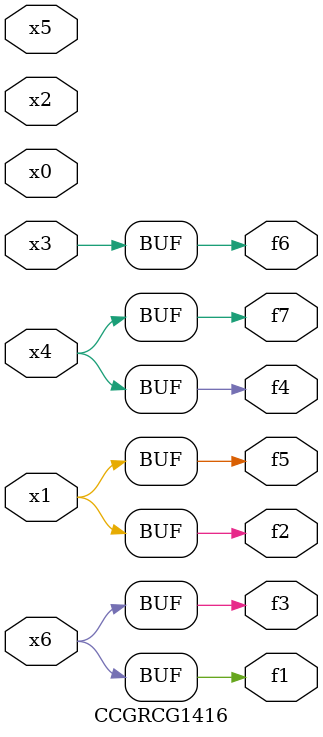
<source format=v>
module CCGRCG1416(
	input x0, x1, x2, x3, x4, x5, x6,
	output f1, f2, f3, f4, f5, f6, f7
);
	assign f1 = x6;
	assign f2 = x1;
	assign f3 = x6;
	assign f4 = x4;
	assign f5 = x1;
	assign f6 = x3;
	assign f7 = x4;
endmodule

</source>
